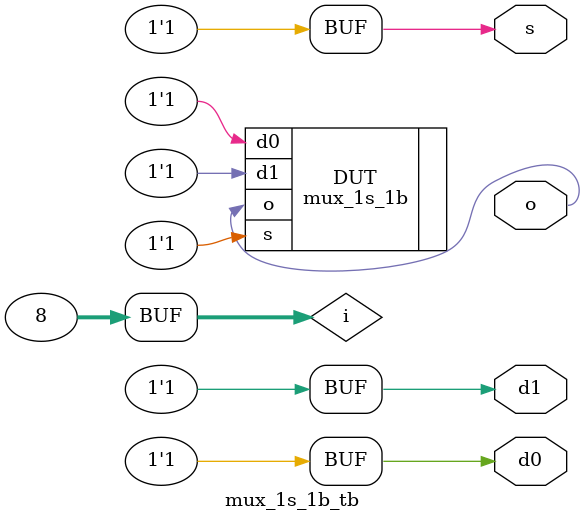
<source format=v>
module mux_1s_1b_tb(
    output reg s,d0,d1,
    output o
);

mux_1s_1b DUT (.s(s),.d0(d0),.d1(d1),.o(o));
integer  i;
initial begin
    {s,d0,d1} = 3'b0;
    for(i=0;i<8;i=i+1)
    #20 {s,d0,d1} = i[2:0];
end
endmodule
</source>
